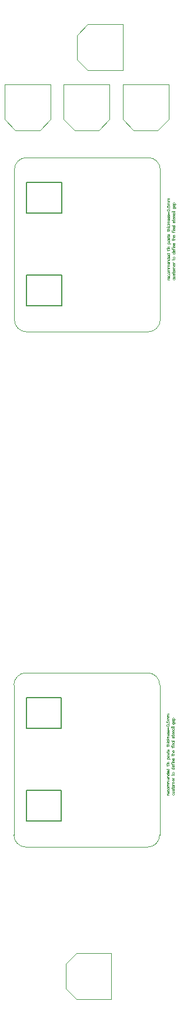
<source format=gbr>
G04*
G04 #@! TF.GenerationSoftware,Altium Limited,Altium Designer,25.0.2 (28)*
G04*
G04 Layer_Color=8388736*
%FSLAX25Y25*%
%MOIN*%
G70*
G04*
G04 #@! TF.SameCoordinates,7C83500D-BFB9-469C-A41D-0C693C3E1856*
G04*
G04*
G04 #@! TF.FilePolarity,Positive*
G04*
G01*
G75*
%ADD12C,0.00394*%
%ADD15C,0.00787*%
%ADD100C,0.00158*%
D12*
X689472Y446642D02*
G03*
X696362Y453532I-0J6890D01*
G01*
Y538178D02*
G03*
X689472Y545067I-6890J0D01*
G01*
X620575D02*
G03*
X613685Y538178I0J-6890D01*
G01*
Y453532D02*
G03*
X620575Y446642I6890J0D01*
G01*
X689173Y155610D02*
G03*
X696063Y162500I-0J6890D01*
G01*
Y247146D02*
G03*
X689173Y254035I-6890J0D01*
G01*
X620276D02*
G03*
X613386Y247146I0J-6890D01*
G01*
Y162500D02*
G03*
X620276Y155610I6890J0D01*
G01*
X620575Y545067D02*
X689472D01*
X696362Y453532D02*
Y538178D01*
X620575Y446642D02*
X689472D01*
X613685Y453532D02*
Y538178D01*
X641636Y566635D02*
Y586517D01*
Y566635D02*
X647738Y560533D01*
X661517Y560533D02*
X667620Y566635D01*
X647738Y560533D02*
X661517D01*
X667620Y566635D02*
X667620Y586517D01*
X641636Y586517D02*
X667620Y586517D01*
X655316Y620276D02*
X675198Y620276D01*
X649213Y614173D02*
X655316Y620276D01*
X649213Y600394D02*
X655316Y594291D01*
X649213Y600394D02*
X649213Y614173D01*
X655316Y594291D02*
X675198Y594291D01*
X675198Y620276D01*
X608171Y586517D02*
X608171Y566635D01*
X614273Y560533D01*
X628053D02*
X634155Y566635D01*
X614273Y560533D02*
X628053D01*
X634155Y586517D02*
X634155Y566635D01*
X608171Y586517D02*
X634155Y586517D01*
X648819Y95669D02*
X668702Y95669D01*
X642717Y89567D02*
X648819Y95669D01*
X642717Y75787D02*
X648819Y69685D01*
X642717Y75787D02*
Y89567D01*
X648819Y69685D02*
X668701D01*
X668702Y95669D01*
X620276Y254035D02*
X689173D01*
X696063Y162500D02*
Y247146D01*
X620276Y155610D02*
X689173D01*
X613386Y162500D02*
Y247146D01*
X675100Y586517D02*
X701084Y586517D01*
Y566635D02*
Y586517D01*
X681202Y560533D02*
X694982Y560533D01*
X701084Y566635D01*
X675100Y566635D02*
X681202Y560533D01*
X675100Y586517D02*
X675100Y566635D01*
D15*
X620693Y513656D02*
X640379D01*
Y530979D01*
X620693D02*
X640379D01*
X620693Y513656D02*
Y530979D01*
Y461491D02*
X640379D01*
Y478814D01*
X620693D02*
X640379D01*
X620693Y461491D02*
Y478814D01*
X620472Y170473D02*
X640158D01*
Y187795D01*
X620472D02*
X640158D01*
X620472Y170473D02*
Y187795D01*
Y222638D02*
X640158D01*
Y239961D01*
X620472D02*
X640158D01*
X620472Y222638D02*
Y239961D01*
D100*
X700621Y476130D02*
X701671D01*
X701071D02*
X700846Y476205D01*
X700696Y476355D01*
X700621Y476505D01*
Y476730D01*
X701071Y476873D02*
Y477772D01*
X700921D01*
X700771Y477697D01*
X700696Y477622D01*
X700621Y477472D01*
Y477247D01*
X700696Y477098D01*
X700846Y476948D01*
X701071Y476873D01*
X701221D01*
X701446Y476948D01*
X701596Y477098D01*
X701671Y477247D01*
Y477472D01*
X701596Y477622D01*
X701446Y477772D01*
X700846Y479009D02*
X700696Y478859D01*
X700621Y478710D01*
Y478484D01*
X700696Y478335D01*
X700846Y478185D01*
X701071Y478110D01*
X701221D01*
X701446Y478185D01*
X701596Y478335D01*
X701671Y478484D01*
Y478710D01*
X701596Y478859D01*
X701446Y479009D01*
X700621Y479722D02*
X700696Y479572D01*
X700846Y479422D01*
X701071Y479347D01*
X701221D01*
X701446Y479422D01*
X701596Y479572D01*
X701671Y479722D01*
Y479947D01*
X701596Y480096D01*
X701446Y480246D01*
X701221Y480321D01*
X701071D01*
X700846Y480246D01*
X700696Y480096D01*
X700621Y479947D01*
Y479722D01*
Y480666D02*
X701671D01*
X700921D02*
X700696Y480891D01*
X700621Y481041D01*
Y481266D01*
X700696Y481416D01*
X700921Y481491D01*
X701671D01*
X700921D02*
X700696Y481716D01*
X700621Y481866D01*
Y482091D01*
X700696Y482241D01*
X700921Y482316D01*
X701671D01*
X700621Y482811D02*
X701671D01*
X700921D02*
X700696Y483036D01*
X700621Y483185D01*
Y483410D01*
X700696Y483560D01*
X700921Y483635D01*
X701671D01*
X700921D02*
X700696Y483860D01*
X700621Y484010D01*
Y484235D01*
X700696Y484385D01*
X700921Y484460D01*
X701671D01*
X701071Y484955D02*
Y485854D01*
X700921D01*
X700771Y485780D01*
X700696Y485705D01*
X700621Y485555D01*
Y485330D01*
X700696Y485180D01*
X700846Y485030D01*
X701071Y484955D01*
X701221D01*
X701446Y485030D01*
X701596Y485180D01*
X701671Y485330D01*
Y485555D01*
X701596Y485705D01*
X701446Y485854D01*
X700621Y486192D02*
X701671D01*
X700921D02*
X700696Y486417D01*
X700621Y486567D01*
Y486792D01*
X700696Y486942D01*
X700921Y487017D01*
X701671D01*
X700097Y488329D02*
X701671D01*
X700846D02*
X700696Y488179D01*
X700621Y488029D01*
Y487804D01*
X700696Y487654D01*
X700846Y487504D01*
X701071Y487429D01*
X701221D01*
X701446Y487504D01*
X701596Y487654D01*
X701671Y487804D01*
Y488029D01*
X701596Y488179D01*
X701446Y488329D01*
X701071Y488749D02*
Y489648D01*
X700921D01*
X700771Y489573D01*
X700696Y489498D01*
X700621Y489348D01*
Y489123D01*
X700696Y488974D01*
X700846Y488824D01*
X701071Y488749D01*
X701221D01*
X701446Y488824D01*
X701596Y488974D01*
X701671Y489123D01*
Y489348D01*
X701596Y489498D01*
X701446Y489648D01*
X700097Y490885D02*
X701671D01*
X700846D02*
X700696Y490735D01*
X700621Y490585D01*
Y490360D01*
X700696Y490210D01*
X700846Y490061D01*
X701071Y489986D01*
X701221D01*
X701446Y490061D01*
X701596Y490210D01*
X701671Y490360D01*
Y490585D01*
X701596Y490735D01*
X701446Y490885D01*
X700097Y492767D02*
X701371D01*
X701596Y492842D01*
X701671Y492992D01*
Y493142D01*
X700621Y492542D02*
Y493067D01*
X700097Y493517D02*
X700172Y493592D01*
X700097Y493667D01*
X700022Y493592D01*
X700097Y493517D01*
X700621Y493592D02*
X701671D01*
X700621Y493944D02*
X701671D01*
X700921D02*
X700696Y494169D01*
X700621Y494319D01*
Y494544D01*
X700696Y494694D01*
X700921Y494769D01*
X701671D01*
X700621Y496418D02*
X702196D01*
X700846D02*
X700696Y496568D01*
X700621Y496718D01*
Y496943D01*
X700696Y497093D01*
X700846Y497243D01*
X701071Y497318D01*
X701221D01*
X701446Y497243D01*
X701596Y497093D01*
X701671Y496943D01*
Y496718D01*
X701596Y496568D01*
X701446Y496418D01*
X700621Y498555D02*
X701671D01*
X700846D02*
X700696Y498405D01*
X700621Y498255D01*
Y498030D01*
X700696Y497880D01*
X700846Y497730D01*
X701071Y497655D01*
X701221D01*
X701446Y497730D01*
X701596Y497880D01*
X701671Y498030D01*
Y498255D01*
X701596Y498405D01*
X701446Y498555D01*
X700846Y499800D02*
X700696Y499725D01*
X700621Y499500D01*
Y499275D01*
X700696Y499050D01*
X700846Y498975D01*
X700996Y499050D01*
X701071Y499200D01*
X701146Y499575D01*
X701221Y499725D01*
X701371Y499800D01*
X701446D01*
X701596Y499725D01*
X701671Y499500D01*
Y499275D01*
X701596Y499050D01*
X701446Y498975D01*
X700097Y500355D02*
X701371D01*
X701596Y500430D01*
X701671Y500580D01*
Y500730D01*
X700621Y500130D02*
Y500655D01*
X701071Y500954D02*
Y501854D01*
X700921D01*
X700771Y501779D01*
X700696Y501704D01*
X700621Y501554D01*
Y501329D01*
X700696Y501179D01*
X700846Y501029D01*
X701071Y500954D01*
X701221D01*
X701446Y501029D01*
X701596Y501179D01*
X701671Y501329D01*
Y501554D01*
X701596Y501704D01*
X701446Y501854D01*
X700097Y503653D02*
X701371D01*
X701596Y503728D01*
X701671Y503878D01*
Y504028D01*
X700621Y503429D02*
Y503953D01*
X700097Y504253D02*
X701671D01*
X700921D02*
X700696Y504478D01*
X700621Y504628D01*
Y504853D01*
X700696Y505003D01*
X700921Y505078D01*
X701671D01*
X700097Y505640D02*
X700172Y505715D01*
X700097Y505790D01*
X700022Y505715D01*
X700097Y505640D01*
X700621Y505715D02*
X701671D01*
X700846Y506967D02*
X700696Y506817D01*
X700621Y506668D01*
Y506442D01*
X700696Y506293D01*
X700846Y506143D01*
X701071Y506068D01*
X701221D01*
X701446Y506143D01*
X701596Y506293D01*
X701671Y506442D01*
Y506668D01*
X701596Y506817D01*
X701446Y506967D01*
X700097Y507305D02*
X701671D01*
X700621Y508054D02*
X701371Y507305D01*
X701071Y507605D02*
X701671Y508130D01*
X700621Y508377D02*
X701671D01*
X700921D02*
X700696Y508602D01*
X700621Y508752D01*
Y508977D01*
X700696Y509127D01*
X700921Y509202D01*
X701671D01*
X701071Y509614D02*
Y510514D01*
X700921D01*
X700771Y510439D01*
X700696Y510364D01*
X700621Y510214D01*
Y509989D01*
X700696Y509839D01*
X700846Y509689D01*
X701071Y509614D01*
X701221D01*
X701446Y509689D01*
X701596Y509839D01*
X701671Y509989D01*
Y510214D01*
X701596Y510364D01*
X701446Y510514D01*
X700846Y511676D02*
X700696Y511601D01*
X700621Y511376D01*
Y511151D01*
X700696Y510926D01*
X700846Y510851D01*
X700996Y510926D01*
X701071Y511076D01*
X701146Y511451D01*
X701221Y511601D01*
X701371Y511676D01*
X701446D01*
X701596Y511601D01*
X701671Y511376D01*
Y511151D01*
X701596Y510926D01*
X701446Y510851D01*
X700846Y512830D02*
X700696Y512755D01*
X700621Y512531D01*
Y512305D01*
X700696Y512081D01*
X700846Y512006D01*
X700996Y512081D01*
X701071Y512231D01*
X701146Y512605D01*
X701221Y512755D01*
X701371Y512830D01*
X701446D01*
X701596Y512755D01*
X701671Y512531D01*
Y512305D01*
X701596Y512081D01*
X701446Y512006D01*
X700771Y513160D02*
Y514510D01*
X701221Y513160D02*
Y514510D01*
X700097Y515424D02*
X700172Y515200D01*
X700396Y515050D01*
X700771Y514975D01*
X700996D01*
X701371Y515050D01*
X701596Y515200D01*
X701671Y515424D01*
Y515574D01*
X701596Y515799D01*
X701371Y515949D01*
X700996Y516024D01*
X700771D01*
X700396Y515949D01*
X700172Y515799D01*
X700097Y515574D01*
Y515424D01*
X701521Y516452D02*
X701596Y516377D01*
X701671Y516452D01*
X701596Y516527D01*
X701521Y516452D01*
X700097Y517771D02*
Y517021D01*
X700771Y516947D01*
X700696Y517021D01*
X700621Y517246D01*
Y517471D01*
X700696Y517696D01*
X700846Y517846D01*
X701071Y517921D01*
X701221D01*
X701446Y517846D01*
X701596Y517696D01*
X701671Y517471D01*
Y517246D01*
X701596Y517021D01*
X701521Y516947D01*
X701371Y516872D01*
X700621Y518273D02*
X701671D01*
X700921D02*
X700696Y518498D01*
X700621Y518648D01*
Y518873D01*
X700696Y519023D01*
X700921Y519098D01*
X701671D01*
X700921D02*
X700696Y519323D01*
X700621Y519473D01*
Y519698D01*
X700696Y519848D01*
X700921Y519923D01*
X701671D01*
X700621Y520418D02*
X701671D01*
X700921D02*
X700696Y520643D01*
X700621Y520793D01*
Y521018D01*
X700696Y521168D01*
X700921Y521243D01*
X701671D01*
X700921D02*
X700696Y521467D01*
X700621Y521617D01*
Y521842D01*
X700696Y521992D01*
X700921Y522067D01*
X701671D01*
X703713Y477030D02*
X703563Y476880D01*
X703488Y476730D01*
Y476505D01*
X703563Y476355D01*
X703713Y476205D01*
X703938Y476130D01*
X704088D01*
X704313Y476205D01*
X704463Y476355D01*
X704538Y476505D01*
Y476730D01*
X704463Y476880D01*
X704313Y477030D01*
X703488Y477367D02*
X704238D01*
X704463Y477442D01*
X704538Y477592D01*
Y477817D01*
X704463Y477967D01*
X704238Y478192D01*
X703488D02*
X704538D01*
X703713Y479429D02*
X703563Y479354D01*
X703488Y479129D01*
Y478904D01*
X703563Y478680D01*
X703713Y478605D01*
X703863Y478680D01*
X703938Y478829D01*
X704013Y479204D01*
X704088Y479354D01*
X704238Y479429D01*
X704313D01*
X704463Y479354D01*
X704538Y479129D01*
Y478904D01*
X704463Y478680D01*
X704313Y478605D01*
X702964Y479984D02*
X704238D01*
X704463Y480059D01*
X704538Y480209D01*
Y480359D01*
X703488Y479759D02*
Y480284D01*
Y480959D02*
X703563Y480809D01*
X703713Y480659D01*
X703938Y480584D01*
X704088D01*
X704313Y480659D01*
X704463Y480809D01*
X704538Y480959D01*
Y481184D01*
X704463Y481334D01*
X704313Y481484D01*
X704088Y481559D01*
X703938D01*
X703713Y481484D01*
X703563Y481334D01*
X703488Y481184D01*
Y480959D01*
Y481903D02*
X704538D01*
X703788D02*
X703563Y482128D01*
X703488Y482278D01*
Y482503D01*
X703563Y482653D01*
X703788Y482728D01*
X704538D01*
X703788D02*
X703563Y482953D01*
X703488Y483103D01*
Y483328D01*
X703563Y483478D01*
X703788Y483553D01*
X704538D01*
X703938Y484048D02*
Y484947D01*
X703788D01*
X703639Y484872D01*
X703563Y484797D01*
X703488Y484648D01*
Y484422D01*
X703563Y484273D01*
X703713Y484123D01*
X703938Y484048D01*
X704088D01*
X704313Y484123D01*
X704463Y484273D01*
X704538Y484422D01*
Y484648D01*
X704463Y484797D01*
X704313Y484947D01*
X703488Y485285D02*
X704538D01*
X703938D02*
X703713Y485360D01*
X703563Y485510D01*
X703488Y485660D01*
Y485885D01*
X702964Y487489D02*
X704238D01*
X704463Y487564D01*
X704538Y487714D01*
Y487864D01*
X703488Y487264D02*
Y487789D01*
Y488464D02*
X703563Y488314D01*
X703713Y488164D01*
X703938Y488089D01*
X704088D01*
X704313Y488164D01*
X704463Y488314D01*
X704538Y488464D01*
Y488689D01*
X704463Y488838D01*
X704313Y488988D01*
X704088Y489064D01*
X703938D01*
X703713Y488988D01*
X703563Y488838D01*
X703488Y488689D01*
Y488464D01*
X702964Y491545D02*
X704538D01*
X703713D02*
X703563Y491395D01*
X703488Y491245D01*
Y491020D01*
X703563Y490870D01*
X703713Y490720D01*
X703938Y490645D01*
X704088D01*
X704313Y490720D01*
X704463Y490870D01*
X704538Y491020D01*
Y491245D01*
X704463Y491395D01*
X704313Y491545D01*
X703938Y491965D02*
Y492865D01*
X703788D01*
X703639Y492790D01*
X703563Y492715D01*
X703488Y492565D01*
Y492340D01*
X703563Y492190D01*
X703713Y492040D01*
X703938Y491965D01*
X704088D01*
X704313Y492040D01*
X704463Y492190D01*
X704538Y492340D01*
Y492565D01*
X704463Y492715D01*
X704313Y492865D01*
X702964Y493802D02*
Y493652D01*
X703039Y493502D01*
X703264Y493427D01*
X704538D01*
X703488Y493202D02*
Y493727D01*
X702964Y494177D02*
X703039Y494252D01*
X702964Y494327D01*
X702889Y494252D01*
X702964Y494177D01*
X703488Y494252D02*
X704538D01*
X703488Y494604D02*
X704538D01*
X703788D02*
X703563Y494829D01*
X703488Y494979D01*
Y495204D01*
X703563Y495354D01*
X703788Y495429D01*
X704538D01*
X703938Y495841D02*
Y496741D01*
X703788D01*
X703639Y496666D01*
X703563Y496591D01*
X703488Y496441D01*
Y496216D01*
X703563Y496066D01*
X703713Y495916D01*
X703938Y495841D01*
X704088D01*
X704313Y495916D01*
X704463Y496066D01*
X704538Y496216D01*
Y496441D01*
X704463Y496591D01*
X704313Y496741D01*
X702964Y498540D02*
X704238D01*
X704463Y498615D01*
X704538Y498765D01*
Y498915D01*
X703488Y498315D02*
Y498840D01*
X702964Y499140D02*
X704538D01*
X703788D02*
X703563Y499365D01*
X703488Y499515D01*
Y499740D01*
X703563Y499890D01*
X703788Y499965D01*
X704538D01*
X703938Y500377D02*
Y501277D01*
X703788D01*
X703639Y501202D01*
X703563Y501127D01*
X703488Y500977D01*
Y500752D01*
X703563Y500602D01*
X703713Y500452D01*
X703938Y500377D01*
X704088D01*
X704313Y500452D01*
X704463Y500602D01*
X704538Y500752D01*
Y500977D01*
X704463Y501127D01*
X704313Y501277D01*
X702964Y503451D02*
Y503301D01*
X703039Y503151D01*
X703264Y503076D01*
X704538D01*
X703488Y502851D02*
Y503376D01*
X702964Y503826D02*
X703039Y503901D01*
X702964Y503976D01*
X702889Y503901D01*
X702964Y503826D01*
X703488Y503901D02*
X704538D01*
X703488Y504253D02*
X704538D01*
X703788D02*
X703563Y504478D01*
X703488Y504628D01*
Y504853D01*
X703563Y505003D01*
X703788Y505078D01*
X704538D01*
X703488Y506390D02*
X704538D01*
X703713D02*
X703563Y506240D01*
X703488Y506090D01*
Y505865D01*
X703563Y505715D01*
X703713Y505565D01*
X703938Y505490D01*
X704088D01*
X704313Y505565D01*
X704463Y505715D01*
X704538Y505865D01*
Y506090D01*
X704463Y506240D01*
X704313Y506390D01*
X702964Y506810D02*
X704538D01*
X703713Y509202D02*
X703563Y509127D01*
X703488Y508902D01*
Y508677D01*
X703563Y508452D01*
X703713Y508377D01*
X703863Y508452D01*
X703938Y508602D01*
X704013Y508977D01*
X704088Y509127D01*
X704238Y509202D01*
X704313D01*
X704463Y509127D01*
X704538Y508902D01*
Y508677D01*
X704463Y508452D01*
X704313Y508377D01*
X702964Y509756D02*
X704238D01*
X704463Y509831D01*
X704538Y509981D01*
Y510131D01*
X703488Y509531D02*
Y510056D01*
X703938Y510356D02*
Y511256D01*
X703788D01*
X703639Y511181D01*
X703563Y511106D01*
X703488Y510956D01*
Y510731D01*
X703563Y510581D01*
X703713Y510431D01*
X703938Y510356D01*
X704088D01*
X704313Y510431D01*
X704463Y510581D01*
X704538Y510731D01*
Y510956D01*
X704463Y511106D01*
X704313Y511256D01*
X703488Y511593D02*
X704538D01*
X703788D02*
X703563Y511818D01*
X703488Y511968D01*
Y512193D01*
X703563Y512343D01*
X703788Y512418D01*
X704538D01*
X703713Y513730D02*
X703563Y513580D01*
X703488Y513430D01*
Y513205D01*
X703563Y513055D01*
X703713Y512905D01*
X703938Y512830D01*
X704088D01*
X704313Y512905D01*
X704463Y513055D01*
X704538Y513205D01*
Y513430D01*
X704463Y513580D01*
X704313Y513730D01*
X702964Y514217D02*
X703039Y514292D01*
X702964Y514367D01*
X702889Y514292D01*
X702964Y514217D01*
X703488Y514292D02*
X704538D01*
X702964Y514645D02*
X704538D01*
X703488Y517111D02*
X704688D01*
X704913Y517036D01*
X704988Y516961D01*
X705063Y516812D01*
Y516587D01*
X704988Y516437D01*
X703713Y517111D02*
X703563Y516961D01*
X703488Y516812D01*
Y516587D01*
X703563Y516437D01*
X703713Y516287D01*
X703938Y516212D01*
X704088D01*
X704313Y516287D01*
X704463Y516437D01*
X704538Y516587D01*
Y516812D01*
X704463Y516961D01*
X704313Y517111D01*
X703488Y518431D02*
X704538D01*
X703713D02*
X703563Y518281D01*
X703488Y518131D01*
Y517906D01*
X703563Y517756D01*
X703713Y517606D01*
X703938Y517531D01*
X704088D01*
X704313Y517606D01*
X704463Y517756D01*
X704538Y517906D01*
Y518131D01*
X704463Y518281D01*
X704313Y518431D01*
X703488Y518851D02*
X705063D01*
X703713D02*
X703563Y519001D01*
X703488Y519151D01*
Y519376D01*
X703563Y519526D01*
X703713Y519675D01*
X703938Y519750D01*
X704088D01*
X704313Y519675D01*
X704463Y519526D01*
X704538Y519376D01*
Y519151D01*
X704463Y519001D01*
X704313Y518851D01*
X700322Y185098D02*
X701372D01*
X700772D02*
X700547Y185173D01*
X700397Y185323D01*
X700322Y185473D01*
Y185698D01*
X700772Y185841D02*
Y186740D01*
X700622D01*
X700472Y186665D01*
X700397Y186590D01*
X700322Y186441D01*
Y186216D01*
X700397Y186066D01*
X700547Y185916D01*
X700772Y185841D01*
X700922D01*
X701147Y185916D01*
X701297Y186066D01*
X701372Y186216D01*
Y186441D01*
X701297Y186590D01*
X701147Y186740D01*
X700547Y187978D02*
X700397Y187828D01*
X700322Y187678D01*
Y187453D01*
X700397Y187303D01*
X700547Y187153D01*
X700772Y187078D01*
X700922D01*
X701147Y187153D01*
X701297Y187303D01*
X701372Y187453D01*
Y187678D01*
X701297Y187828D01*
X701147Y187978D01*
X700322Y188690D02*
X700397Y188540D01*
X700547Y188390D01*
X700772Y188315D01*
X700922D01*
X701147Y188390D01*
X701297Y188540D01*
X701372Y188690D01*
Y188915D01*
X701297Y189065D01*
X701147Y189215D01*
X700922Y189289D01*
X700772D01*
X700547Y189215D01*
X700397Y189065D01*
X700322Y188915D01*
Y188690D01*
Y189634D02*
X701372D01*
X700622D02*
X700397Y189859D01*
X700322Y190009D01*
Y190234D01*
X700397Y190384D01*
X700622Y190459D01*
X701372D01*
X700622D02*
X700397Y190684D01*
X700322Y190834D01*
Y191059D01*
X700397Y191209D01*
X700622Y191284D01*
X701372D01*
X700322Y191779D02*
X701372D01*
X700622D02*
X700397Y192004D01*
X700322Y192154D01*
Y192378D01*
X700397Y192528D01*
X700622Y192603D01*
X701372D01*
X700622D02*
X700397Y192828D01*
X700322Y192978D01*
Y193203D01*
X700397Y193353D01*
X700622Y193428D01*
X701372D01*
X700772Y193923D02*
Y194823D01*
X700622D01*
X700472Y194748D01*
X700397Y194673D01*
X700322Y194523D01*
Y194298D01*
X700397Y194148D01*
X700547Y193998D01*
X700772Y193923D01*
X700922D01*
X701147Y193998D01*
X701297Y194148D01*
X701372Y194298D01*
Y194523D01*
X701297Y194673D01*
X701147Y194823D01*
X700322Y195160D02*
X701372D01*
X700622D02*
X700397Y195385D01*
X700322Y195535D01*
Y195760D01*
X700397Y195910D01*
X700622Y195985D01*
X701372D01*
X699797Y197297D02*
X701372D01*
X700547D02*
X700397Y197147D01*
X700322Y196997D01*
Y196772D01*
X700397Y196622D01*
X700547Y196472D01*
X700772Y196397D01*
X700922D01*
X701147Y196472D01*
X701297Y196622D01*
X701372Y196772D01*
Y196997D01*
X701297Y197147D01*
X701147Y197297D01*
X700772Y197717D02*
Y198616D01*
X700622D01*
X700472Y198541D01*
X700397Y198466D01*
X700322Y198317D01*
Y198091D01*
X700397Y197942D01*
X700547Y197792D01*
X700772Y197717D01*
X700922D01*
X701147Y197792D01*
X701297Y197942D01*
X701372Y198091D01*
Y198317D01*
X701297Y198466D01*
X701147Y198616D01*
X699797Y199853D02*
X701372D01*
X700547D02*
X700397Y199704D01*
X700322Y199554D01*
Y199329D01*
X700397Y199179D01*
X700547Y199029D01*
X700772Y198954D01*
X700922D01*
X701147Y199029D01*
X701297Y199179D01*
X701372Y199329D01*
Y199554D01*
X701297Y199704D01*
X701147Y199853D01*
X699797Y201735D02*
X701072D01*
X701297Y201810D01*
X701372Y201960D01*
Y202110D01*
X700322Y201510D02*
Y202035D01*
X699797Y202485D02*
X699872Y202560D01*
X699797Y202635D01*
X699722Y202560D01*
X699797Y202485D01*
X700322Y202560D02*
X701372D01*
X700322Y202912D02*
X701372D01*
X700622D02*
X700397Y203137D01*
X700322Y203287D01*
Y203512D01*
X700397Y203662D01*
X700622Y203737D01*
X701372D01*
X700322Y205386D02*
X701897D01*
X700547D02*
X700397Y205537D01*
X700322Y205686D01*
Y205911D01*
X700397Y206061D01*
X700547Y206211D01*
X700772Y206286D01*
X700922D01*
X701147Y206211D01*
X701297Y206061D01*
X701372Y205911D01*
Y205686D01*
X701297Y205537D01*
X701147Y205386D01*
X700322Y207523D02*
X701372D01*
X700547D02*
X700397Y207373D01*
X700322Y207223D01*
Y206998D01*
X700397Y206849D01*
X700547Y206699D01*
X700772Y206624D01*
X700922D01*
X701147Y206699D01*
X701297Y206849D01*
X701372Y206998D01*
Y207223D01*
X701297Y207373D01*
X701147Y207523D01*
X700547Y208768D02*
X700397Y208693D01*
X700322Y208468D01*
Y208243D01*
X700397Y208018D01*
X700547Y207943D01*
X700697Y208018D01*
X700772Y208168D01*
X700847Y208543D01*
X700922Y208693D01*
X701072Y208768D01*
X701147D01*
X701297Y208693D01*
X701372Y208468D01*
Y208243D01*
X701297Y208018D01*
X701147Y207943D01*
X699797Y209323D02*
X701072D01*
X701297Y209398D01*
X701372Y209548D01*
Y209698D01*
X700322Y209098D02*
Y209623D01*
X700772Y209923D02*
Y210822D01*
X700622D01*
X700472Y210747D01*
X700397Y210672D01*
X700322Y210522D01*
Y210297D01*
X700397Y210147D01*
X700547Y209998D01*
X700772Y209923D01*
X700922D01*
X701147Y209998D01*
X701297Y210147D01*
X701372Y210297D01*
Y210522D01*
X701297Y210672D01*
X701147Y210822D01*
X699797Y212622D02*
X701072D01*
X701297Y212697D01*
X701372Y212846D01*
Y212997D01*
X700322Y212397D02*
Y212922D01*
X699797Y213221D02*
X701372D01*
X700622D02*
X700397Y213446D01*
X700322Y213596D01*
Y213821D01*
X700397Y213971D01*
X700622Y214046D01*
X701372D01*
X699797Y214608D02*
X699872Y214683D01*
X699797Y214758D01*
X699722Y214683D01*
X699797Y214608D01*
X700322Y214683D02*
X701372D01*
X700547Y215935D02*
X700397Y215786D01*
X700322Y215636D01*
Y215411D01*
X700397Y215261D01*
X700547Y215111D01*
X700772Y215036D01*
X700922D01*
X701147Y215111D01*
X701297Y215261D01*
X701372Y215411D01*
Y215636D01*
X701297Y215786D01*
X701147Y215935D01*
X699797Y216273D02*
X701372D01*
X700322Y217023D02*
X701072Y216273D01*
X700772Y216573D02*
X701372Y217098D01*
X700322Y217345D02*
X701372D01*
X700622D02*
X700397Y217570D01*
X700322Y217720D01*
Y217945D01*
X700397Y218095D01*
X700622Y218170D01*
X701372D01*
X700772Y218582D02*
Y219482D01*
X700622D01*
X700472Y219407D01*
X700397Y219332D01*
X700322Y219182D01*
Y218957D01*
X700397Y218807D01*
X700547Y218657D01*
X700772Y218582D01*
X700922D01*
X701147Y218657D01*
X701297Y218807D01*
X701372Y218957D01*
Y219182D01*
X701297Y219332D01*
X701147Y219482D01*
X700547Y220644D02*
X700397Y220569D01*
X700322Y220344D01*
Y220119D01*
X700397Y219894D01*
X700547Y219819D01*
X700697Y219894D01*
X700772Y220044D01*
X700847Y220419D01*
X700922Y220569D01*
X701072Y220644D01*
X701147D01*
X701297Y220569D01*
X701372Y220344D01*
Y220119D01*
X701297Y219894D01*
X701147Y219819D01*
X700547Y221798D02*
X700397Y221724D01*
X700322Y221499D01*
Y221274D01*
X700397Y221049D01*
X700547Y220974D01*
X700697Y221049D01*
X700772Y221199D01*
X700847Y221573D01*
X700922Y221724D01*
X701072Y221798D01*
X701147D01*
X701297Y221724D01*
X701372Y221499D01*
Y221274D01*
X701297Y221049D01*
X701147Y220974D01*
X700472Y222128D02*
Y223478D01*
X700922Y222128D02*
Y223478D01*
X699797Y224393D02*
X699872Y224168D01*
X700097Y224018D01*
X700472Y223943D01*
X700697D01*
X701072Y224018D01*
X701297Y224168D01*
X701372Y224393D01*
Y224542D01*
X701297Y224767D01*
X701072Y224917D01*
X700697Y224992D01*
X700472D01*
X700097Y224917D01*
X699872Y224767D01*
X699797Y224542D01*
Y224393D01*
X701222Y225420D02*
X701297Y225345D01*
X701372Y225420D01*
X701297Y225495D01*
X701222Y225420D01*
X699797Y226739D02*
Y225990D01*
X700472Y225915D01*
X700397Y225990D01*
X700322Y226214D01*
Y226439D01*
X700397Y226664D01*
X700547Y226814D01*
X700772Y226889D01*
X700922D01*
X701147Y226814D01*
X701297Y226664D01*
X701372Y226439D01*
Y226214D01*
X701297Y225990D01*
X701222Y225915D01*
X701072Y225840D01*
X700322Y227242D02*
X701372D01*
X700622D02*
X700397Y227467D01*
X700322Y227617D01*
Y227841D01*
X700397Y227991D01*
X700622Y228066D01*
X701372D01*
X700622D02*
X700397Y228291D01*
X700322Y228441D01*
Y228666D01*
X700397Y228816D01*
X700622Y228891D01*
X701372D01*
X700322Y229386D02*
X701372D01*
X700622D02*
X700397Y229611D01*
X700322Y229761D01*
Y229986D01*
X700397Y230136D01*
X700622Y230211D01*
X701372D01*
X700622D02*
X700397Y230435D01*
X700322Y230586D01*
Y230810D01*
X700397Y230960D01*
X700622Y231035D01*
X701372D01*
X703414Y185998D02*
X703264Y185848D01*
X703189Y185698D01*
Y185473D01*
X703264Y185323D01*
X703414Y185173D01*
X703639Y185098D01*
X703789D01*
X704014Y185173D01*
X704164Y185323D01*
X704239Y185473D01*
Y185698D01*
X704164Y185848D01*
X704014Y185998D01*
X703189Y186336D02*
X703939D01*
X704164Y186410D01*
X704239Y186560D01*
Y186785D01*
X704164Y186935D01*
X703939Y187160D01*
X703189D02*
X704239D01*
X703414Y188397D02*
X703264Y188322D01*
X703189Y188097D01*
Y187873D01*
X703264Y187648D01*
X703414Y187573D01*
X703564Y187648D01*
X703639Y187797D01*
X703714Y188172D01*
X703789Y188322D01*
X703939Y188397D01*
X704014D01*
X704164Y188322D01*
X704239Y188097D01*
Y187873D01*
X704164Y187648D01*
X704014Y187573D01*
X702665Y188952D02*
X703939D01*
X704164Y189027D01*
X704239Y189177D01*
Y189327D01*
X703189Y188727D02*
Y189252D01*
Y189927D02*
X703264Y189777D01*
X703414Y189627D01*
X703639Y189552D01*
X703789D01*
X704014Y189627D01*
X704164Y189777D01*
X704239Y189927D01*
Y190152D01*
X704164Y190302D01*
X704014Y190452D01*
X703789Y190527D01*
X703639D01*
X703414Y190452D01*
X703264Y190302D01*
X703189Y190152D01*
Y189927D01*
Y190872D02*
X704239D01*
X703489D02*
X703264Y191096D01*
X703189Y191246D01*
Y191471D01*
X703264Y191621D01*
X703489Y191696D01*
X704239D01*
X703489D02*
X703264Y191921D01*
X703189Y192071D01*
Y192296D01*
X703264Y192446D01*
X703489Y192521D01*
X704239D01*
X703639Y193016D02*
Y193915D01*
X703489D01*
X703339Y193841D01*
X703264Y193765D01*
X703189Y193616D01*
Y193391D01*
X703264Y193241D01*
X703414Y193091D01*
X703639Y193016D01*
X703789D01*
X704014Y193091D01*
X704164Y193241D01*
X704239Y193391D01*
Y193616D01*
X704164Y193765D01*
X704014Y193915D01*
X703189Y194253D02*
X704239D01*
X703639D02*
X703414Y194328D01*
X703264Y194478D01*
X703189Y194628D01*
Y194853D01*
X702665Y196457D02*
X703939D01*
X704164Y196532D01*
X704239Y196682D01*
Y196832D01*
X703189Y196232D02*
Y196757D01*
Y197432D02*
X703264Y197282D01*
X703414Y197132D01*
X703639Y197057D01*
X703789D01*
X704014Y197132D01*
X704164Y197282D01*
X704239Y197432D01*
Y197657D01*
X704164Y197807D01*
X704014Y197957D01*
X703789Y198031D01*
X703639D01*
X703414Y197957D01*
X703264Y197807D01*
X703189Y197657D01*
Y197432D01*
X702665Y200513D02*
X704239D01*
X703414D02*
X703264Y200363D01*
X703189Y200213D01*
Y199988D01*
X703264Y199838D01*
X703414Y199688D01*
X703639Y199613D01*
X703789D01*
X704014Y199688D01*
X704164Y199838D01*
X704239Y199988D01*
Y200213D01*
X704164Y200363D01*
X704014Y200513D01*
X703639Y200933D02*
Y201833D01*
X703489D01*
X703339Y201758D01*
X703264Y201683D01*
X703189Y201533D01*
Y201308D01*
X703264Y201158D01*
X703414Y201008D01*
X703639Y200933D01*
X703789D01*
X704014Y201008D01*
X704164Y201158D01*
X704239Y201308D01*
Y201533D01*
X704164Y201683D01*
X704014Y201833D01*
X702665Y202770D02*
Y202620D01*
X702739Y202470D01*
X702964Y202395D01*
X704239D01*
X703189Y202170D02*
Y202695D01*
X702665Y203145D02*
X702739Y203220D01*
X702665Y203295D01*
X702590Y203220D01*
X702665Y203145D01*
X703189Y203220D02*
X704239D01*
X703189Y203572D02*
X704239D01*
X703489D02*
X703264Y203797D01*
X703189Y203947D01*
Y204172D01*
X703264Y204322D01*
X703489Y204397D01*
X704239D01*
X703639Y204809D02*
Y205709D01*
X703489D01*
X703339Y205634D01*
X703264Y205559D01*
X703189Y205409D01*
Y205184D01*
X703264Y205034D01*
X703414Y204884D01*
X703639Y204809D01*
X703789D01*
X704014Y204884D01*
X704164Y205034D01*
X704239Y205184D01*
Y205409D01*
X704164Y205559D01*
X704014Y205709D01*
X702665Y207508D02*
X703939D01*
X704164Y207583D01*
X704239Y207733D01*
Y207883D01*
X703189Y207283D02*
Y207808D01*
X702665Y208108D02*
X704239D01*
X703489D02*
X703264Y208333D01*
X703189Y208483D01*
Y208708D01*
X703264Y208858D01*
X703489Y208933D01*
X704239D01*
X703639Y209345D02*
Y210245D01*
X703489D01*
X703339Y210170D01*
X703264Y210095D01*
X703189Y209945D01*
Y209720D01*
X703264Y209570D01*
X703414Y209420D01*
X703639Y209345D01*
X703789D01*
X704014Y209420D01*
X704164Y209570D01*
X704239Y209720D01*
Y209945D01*
X704164Y210095D01*
X704014Y210245D01*
X702665Y212419D02*
Y212269D01*
X702739Y212119D01*
X702964Y212044D01*
X704239D01*
X703189Y211819D02*
Y212344D01*
X702665Y212794D02*
X702739Y212869D01*
X702665Y212944D01*
X702590Y212869D01*
X702665Y212794D01*
X703189Y212869D02*
X704239D01*
X703189Y213221D02*
X704239D01*
X703489D02*
X703264Y213446D01*
X703189Y213596D01*
Y213821D01*
X703264Y213971D01*
X703489Y214046D01*
X704239D01*
X703189Y215358D02*
X704239D01*
X703414D02*
X703264Y215208D01*
X703189Y215058D01*
Y214833D01*
X703264Y214683D01*
X703414Y214533D01*
X703639Y214458D01*
X703789D01*
X704014Y214533D01*
X704164Y214683D01*
X704239Y214833D01*
Y215058D01*
X704164Y215208D01*
X704014Y215358D01*
X702665Y215778D02*
X704239D01*
X703414Y218170D02*
X703264Y218095D01*
X703189Y217870D01*
Y217645D01*
X703264Y217420D01*
X703414Y217345D01*
X703564Y217420D01*
X703639Y217570D01*
X703714Y217945D01*
X703789Y218095D01*
X703939Y218170D01*
X704014D01*
X704164Y218095D01*
X704239Y217870D01*
Y217645D01*
X704164Y217420D01*
X704014Y217345D01*
X702665Y218724D02*
X703939D01*
X704164Y218799D01*
X704239Y218949D01*
Y219099D01*
X703189Y218500D02*
Y219024D01*
X703639Y219324D02*
Y220224D01*
X703489D01*
X703339Y220149D01*
X703264Y220074D01*
X703189Y219924D01*
Y219699D01*
X703264Y219549D01*
X703414Y219399D01*
X703639Y219324D01*
X703789D01*
X704014Y219399D01*
X704164Y219549D01*
X704239Y219699D01*
Y219924D01*
X704164Y220074D01*
X704014Y220224D01*
X703189Y220561D02*
X704239D01*
X703489D02*
X703264Y220786D01*
X703189Y220936D01*
Y221161D01*
X703264Y221311D01*
X703489Y221386D01*
X704239D01*
X703414Y222698D02*
X703264Y222548D01*
X703189Y222398D01*
Y222173D01*
X703264Y222023D01*
X703414Y221873D01*
X703639Y221798D01*
X703789D01*
X704014Y221873D01*
X704164Y222023D01*
X704239Y222173D01*
Y222398D01*
X704164Y222548D01*
X704014Y222698D01*
X702665Y223185D02*
X702739Y223260D01*
X702665Y223335D01*
X702590Y223260D01*
X702665Y223185D01*
X703189Y223260D02*
X704239D01*
X702665Y223613D02*
X704239D01*
X703189Y226080D02*
X704389D01*
X704614Y226005D01*
X704689Y225930D01*
X704764Y225780D01*
Y225555D01*
X704689Y225405D01*
X703414Y226080D02*
X703264Y225930D01*
X703189Y225780D01*
Y225555D01*
X703264Y225405D01*
X703414Y225255D01*
X703639Y225180D01*
X703789D01*
X704014Y225255D01*
X704164Y225405D01*
X704239Y225555D01*
Y225780D01*
X704164Y225930D01*
X704014Y226080D01*
X703189Y227399D02*
X704239D01*
X703414D02*
X703264Y227249D01*
X703189Y227099D01*
Y226874D01*
X703264Y226724D01*
X703414Y226574D01*
X703639Y226499D01*
X703789D01*
X704014Y226574D01*
X704164Y226724D01*
X704239Y226874D01*
Y227099D01*
X704164Y227249D01*
X704014Y227399D01*
X703189Y227819D02*
X704764D01*
X703414D02*
X703264Y227969D01*
X703189Y228119D01*
Y228344D01*
X703264Y228494D01*
X703414Y228644D01*
X703639Y228719D01*
X703789D01*
X704014Y228644D01*
X704164Y228494D01*
X704239Y228344D01*
Y228119D01*
X704164Y227969D01*
X704014Y227819D01*
M02*

</source>
